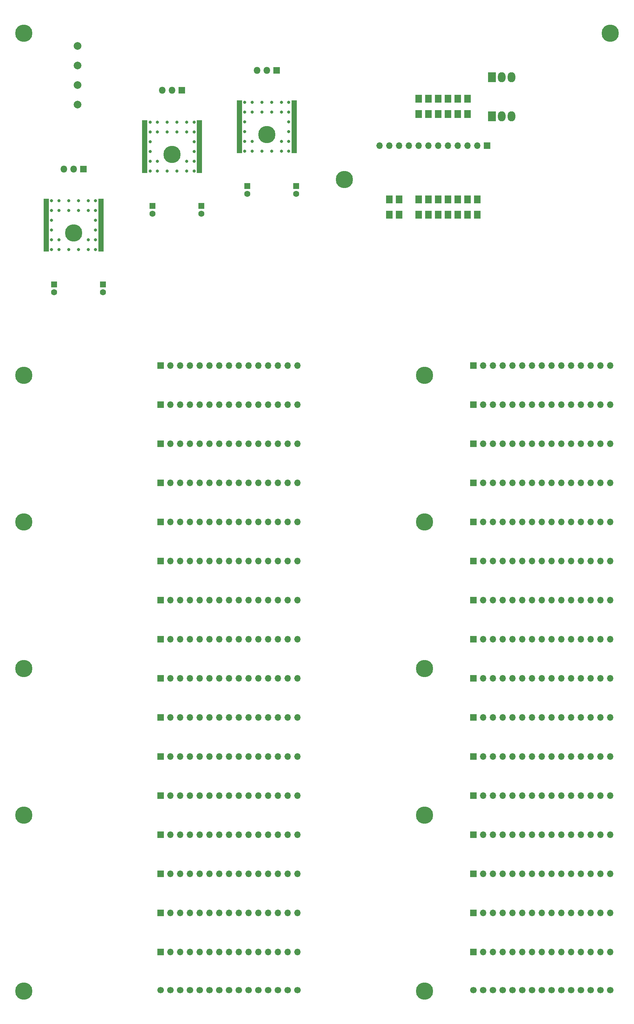
<source format=gbs>
%TF.GenerationSoftware,KiCad,Pcbnew,4.0.5*%
%TF.CreationDate,2018-01-19T20:33:35-07:00*%
%TF.ProjectId,MRI-RF-Amplifier,4D52492D52462D416D706C6966696572,6*%
%TF.FileFunction,Soldermask,Bot*%
%FSLAX46Y46*%
G04 Gerber Fmt 4.6, Leading zero omitted, Abs format (unit mm)*
G04 Created by KiCad (PCBNEW 4.0.5) date 01/19/18 20:33:35*
%MOMM*%
%LPD*%
G01*
G04 APERTURE LIST*
%ADD10C,0.100000*%
%ADD11C,4.500000*%
%ADD12R,1.800000X1.800000*%
%ADD13O,1.800000X1.800000*%
%ADD14R,2.000000X2.600000*%
%ADD15O,2.000000X2.600000*%
%ADD16R,1.700000X2.000000*%
%ADD17C,2.000000*%
%ADD18R,1.700000X1.700000*%
%ADD19O,1.700000X1.700000*%
%ADD20C,1.700000*%
%ADD21R,1.600000X1.600000*%
%ADD22C,1.600000*%
%ADD23C,0.800000*%
%ADD24R,1.400000X13.700000*%
G04 APERTURE END LIST*
D10*
D11*
X108737400Y-65974000D03*
X38354000Y-79906000D03*
D12*
X40894000Y-63246000D03*
D13*
X38354000Y-63246000D03*
X35814000Y-63246000D03*
D11*
X25400000Y-154940000D03*
X129540000Y-154940000D03*
X129540000Y-231140000D03*
X25400000Y-231140000D03*
X25400000Y-116840000D03*
X129540000Y-116840000D03*
D14*
X147066000Y-39370000D03*
D15*
X149606000Y-39370000D03*
X152146000Y-39370000D03*
D14*
X147066000Y-49530000D03*
D15*
X149606000Y-49530000D03*
X152146000Y-49530000D03*
D16*
X143256000Y-71152000D03*
X143256000Y-75152000D03*
X140716000Y-71152000D03*
X140716000Y-75152000D03*
X138176000Y-71152000D03*
X138176000Y-75152000D03*
X135636000Y-71152000D03*
X135636000Y-75152000D03*
X133096000Y-71152000D03*
X133096000Y-75152000D03*
X130556000Y-71152000D03*
X130556000Y-75152000D03*
X128016000Y-71152000D03*
X128016000Y-75152000D03*
X140716000Y-44990000D03*
X140716000Y-48990000D03*
X138176000Y-44990000D03*
X138176000Y-48990000D03*
X135636000Y-44990000D03*
X135636000Y-48990000D03*
X133096000Y-44990000D03*
X133096000Y-48990000D03*
X130556000Y-44990000D03*
X130556000Y-48990000D03*
X128016000Y-44990000D03*
X128016000Y-48990000D03*
X122936000Y-71152000D03*
X122936000Y-75152000D03*
X120396000Y-71152000D03*
X120396000Y-75152000D03*
D17*
X39370000Y-46482000D03*
X39370000Y-41402000D03*
X39370000Y-36322000D03*
X39370000Y-31242000D03*
D18*
X60960000Y-114300000D03*
D19*
X63500000Y-114300000D03*
X66040000Y-114300000D03*
X68580000Y-114300000D03*
X71120000Y-114300000D03*
X73660000Y-114300000D03*
X76200000Y-114300000D03*
X78740000Y-114300000D03*
X81280000Y-114300000D03*
X83820000Y-114300000D03*
X86360000Y-114300000D03*
X88900000Y-114300000D03*
X91440000Y-114300000D03*
X93980000Y-114300000D03*
X96520000Y-114300000D03*
D18*
X142240000Y-114300000D03*
D19*
X144780000Y-114300000D03*
X147320000Y-114300000D03*
X149860000Y-114300000D03*
X152400000Y-114300000D03*
X154940000Y-114300000D03*
X157480000Y-114300000D03*
X160020000Y-114300000D03*
X162560000Y-114300000D03*
X165100000Y-114300000D03*
X167640000Y-114300000D03*
X170180000Y-114300000D03*
X172720000Y-114300000D03*
X175260000Y-114300000D03*
X177800000Y-114300000D03*
D18*
X60960000Y-124460000D03*
D19*
X63500000Y-124460000D03*
X66040000Y-124460000D03*
X68580000Y-124460000D03*
X71120000Y-124460000D03*
X73660000Y-124460000D03*
X76200000Y-124460000D03*
X78740000Y-124460000D03*
X81280000Y-124460000D03*
X83820000Y-124460000D03*
X86360000Y-124460000D03*
X88900000Y-124460000D03*
X91440000Y-124460000D03*
X93980000Y-124460000D03*
X96520000Y-124460000D03*
D18*
X142240000Y-124460000D03*
D19*
X144780000Y-124460000D03*
X147320000Y-124460000D03*
X149860000Y-124460000D03*
X152400000Y-124460000D03*
X154940000Y-124460000D03*
X157480000Y-124460000D03*
X160020000Y-124460000D03*
X162560000Y-124460000D03*
X165100000Y-124460000D03*
X167640000Y-124460000D03*
X170180000Y-124460000D03*
X172720000Y-124460000D03*
X175260000Y-124460000D03*
X177800000Y-124460000D03*
D18*
X60960000Y-134620000D03*
D19*
X63500000Y-134620000D03*
X66040000Y-134620000D03*
X68580000Y-134620000D03*
X71120000Y-134620000D03*
X73660000Y-134620000D03*
X76200000Y-134620000D03*
X78740000Y-134620000D03*
X81280000Y-134620000D03*
X83820000Y-134620000D03*
X86360000Y-134620000D03*
X88900000Y-134620000D03*
X91440000Y-134620000D03*
X93980000Y-134620000D03*
X96520000Y-134620000D03*
D18*
X142240000Y-134620000D03*
D19*
X144780000Y-134620000D03*
X147320000Y-134620000D03*
X149860000Y-134620000D03*
X152400000Y-134620000D03*
X154940000Y-134620000D03*
X157480000Y-134620000D03*
X160020000Y-134620000D03*
X162560000Y-134620000D03*
X165100000Y-134620000D03*
X167640000Y-134620000D03*
X170180000Y-134620000D03*
X172720000Y-134620000D03*
X175260000Y-134620000D03*
X177800000Y-134620000D03*
D18*
X60960000Y-144780000D03*
D19*
X63500000Y-144780000D03*
X66040000Y-144780000D03*
X68580000Y-144780000D03*
X71120000Y-144780000D03*
X73660000Y-144780000D03*
X76200000Y-144780000D03*
X78740000Y-144780000D03*
X81280000Y-144780000D03*
X83820000Y-144780000D03*
X86360000Y-144780000D03*
X88900000Y-144780000D03*
X91440000Y-144780000D03*
X93980000Y-144780000D03*
X96520000Y-144780000D03*
D18*
X142240000Y-144780000D03*
D19*
X144780000Y-144780000D03*
X147320000Y-144780000D03*
X149860000Y-144780000D03*
X152400000Y-144780000D03*
X154940000Y-144780000D03*
X157480000Y-144780000D03*
X160020000Y-144780000D03*
X162560000Y-144780000D03*
X165100000Y-144780000D03*
X167640000Y-144780000D03*
X170180000Y-144780000D03*
X172720000Y-144780000D03*
X175260000Y-144780000D03*
X177800000Y-144780000D03*
D18*
X60960000Y-154940000D03*
D19*
X63500000Y-154940000D03*
X66040000Y-154940000D03*
X68580000Y-154940000D03*
X71120000Y-154940000D03*
X73660000Y-154940000D03*
X76200000Y-154940000D03*
X78740000Y-154940000D03*
X81280000Y-154940000D03*
X83820000Y-154940000D03*
X86360000Y-154940000D03*
X88900000Y-154940000D03*
X91440000Y-154940000D03*
X93980000Y-154940000D03*
X96520000Y-154940000D03*
D18*
X142240000Y-154940000D03*
D19*
X144780000Y-154940000D03*
X147320000Y-154940000D03*
X149860000Y-154940000D03*
X152400000Y-154940000D03*
X154940000Y-154940000D03*
X157480000Y-154940000D03*
X160020000Y-154940000D03*
X162560000Y-154940000D03*
X165100000Y-154940000D03*
X167640000Y-154940000D03*
X170180000Y-154940000D03*
X172720000Y-154940000D03*
X175260000Y-154940000D03*
X177800000Y-154940000D03*
D18*
X60960000Y-165100000D03*
D19*
X63500000Y-165100000D03*
X66040000Y-165100000D03*
X68580000Y-165100000D03*
X71120000Y-165100000D03*
X73660000Y-165100000D03*
X76200000Y-165100000D03*
X78740000Y-165100000D03*
X81280000Y-165100000D03*
X83820000Y-165100000D03*
X86360000Y-165100000D03*
X88900000Y-165100000D03*
X91440000Y-165100000D03*
X93980000Y-165100000D03*
X96520000Y-165100000D03*
D18*
X142240000Y-165100000D03*
D19*
X144780000Y-165100000D03*
X147320000Y-165100000D03*
X149860000Y-165100000D03*
X152400000Y-165100000D03*
X154940000Y-165100000D03*
X157480000Y-165100000D03*
X160020000Y-165100000D03*
X162560000Y-165100000D03*
X165100000Y-165100000D03*
X167640000Y-165100000D03*
X170180000Y-165100000D03*
X172720000Y-165100000D03*
X175260000Y-165100000D03*
X177800000Y-165100000D03*
D18*
X60960000Y-175260000D03*
D19*
X63500000Y-175260000D03*
X66040000Y-175260000D03*
X68580000Y-175260000D03*
X71120000Y-175260000D03*
X73660000Y-175260000D03*
X76200000Y-175260000D03*
X78740000Y-175260000D03*
X81280000Y-175260000D03*
X83820000Y-175260000D03*
X86360000Y-175260000D03*
X88900000Y-175260000D03*
X91440000Y-175260000D03*
X93980000Y-175260000D03*
X96520000Y-175260000D03*
D18*
X142240000Y-175260000D03*
D19*
X144780000Y-175260000D03*
X147320000Y-175260000D03*
X149860000Y-175260000D03*
X152400000Y-175260000D03*
X154940000Y-175260000D03*
X157480000Y-175260000D03*
X160020000Y-175260000D03*
X162560000Y-175260000D03*
X165100000Y-175260000D03*
X167640000Y-175260000D03*
X170180000Y-175260000D03*
X172720000Y-175260000D03*
X175260000Y-175260000D03*
X177800000Y-175260000D03*
D18*
X60960000Y-185420000D03*
D19*
X63500000Y-185420000D03*
X66040000Y-185420000D03*
X68580000Y-185420000D03*
X71120000Y-185420000D03*
X73660000Y-185420000D03*
X76200000Y-185420000D03*
X78740000Y-185420000D03*
X81280000Y-185420000D03*
X83820000Y-185420000D03*
X86360000Y-185420000D03*
X88900000Y-185420000D03*
X91440000Y-185420000D03*
X93980000Y-185420000D03*
X96520000Y-185420000D03*
D18*
X142240000Y-185420000D03*
D19*
X144780000Y-185420000D03*
X147320000Y-185420000D03*
X149860000Y-185420000D03*
X152400000Y-185420000D03*
X154940000Y-185420000D03*
X157480000Y-185420000D03*
X160020000Y-185420000D03*
X162560000Y-185420000D03*
X165100000Y-185420000D03*
X167640000Y-185420000D03*
X170180000Y-185420000D03*
X172720000Y-185420000D03*
X175260000Y-185420000D03*
X177800000Y-185420000D03*
D18*
X60960000Y-195580000D03*
D19*
X63500000Y-195580000D03*
X66040000Y-195580000D03*
X68580000Y-195580000D03*
X71120000Y-195580000D03*
X73660000Y-195580000D03*
X76200000Y-195580000D03*
X78740000Y-195580000D03*
X81280000Y-195580000D03*
X83820000Y-195580000D03*
X86360000Y-195580000D03*
X88900000Y-195580000D03*
X91440000Y-195580000D03*
X93980000Y-195580000D03*
X96520000Y-195580000D03*
D18*
X142240000Y-195580000D03*
D19*
X144780000Y-195580000D03*
X147320000Y-195580000D03*
X149860000Y-195580000D03*
X152400000Y-195580000D03*
X154940000Y-195580000D03*
X157480000Y-195580000D03*
X160020000Y-195580000D03*
X162560000Y-195580000D03*
X165100000Y-195580000D03*
X167640000Y-195580000D03*
X170180000Y-195580000D03*
X172720000Y-195580000D03*
X175260000Y-195580000D03*
X177800000Y-195580000D03*
D18*
X60960000Y-205740000D03*
D19*
X63500000Y-205740000D03*
X66040000Y-205740000D03*
X68580000Y-205740000D03*
X71120000Y-205740000D03*
X73660000Y-205740000D03*
X76200000Y-205740000D03*
X78740000Y-205740000D03*
X81280000Y-205740000D03*
X83820000Y-205740000D03*
X86360000Y-205740000D03*
X88900000Y-205740000D03*
X91440000Y-205740000D03*
X93980000Y-205740000D03*
X96520000Y-205740000D03*
D18*
X142240000Y-205740000D03*
D19*
X144780000Y-205740000D03*
X147320000Y-205740000D03*
X149860000Y-205740000D03*
X152400000Y-205740000D03*
X154940000Y-205740000D03*
X157480000Y-205740000D03*
X160020000Y-205740000D03*
X162560000Y-205740000D03*
X165100000Y-205740000D03*
X167640000Y-205740000D03*
X170180000Y-205740000D03*
X172720000Y-205740000D03*
X175260000Y-205740000D03*
X177800000Y-205740000D03*
D18*
X60960000Y-215900000D03*
D19*
X63500000Y-215900000D03*
X66040000Y-215900000D03*
X68580000Y-215900000D03*
X71120000Y-215900000D03*
X73660000Y-215900000D03*
X76200000Y-215900000D03*
X78740000Y-215900000D03*
X81280000Y-215900000D03*
X83820000Y-215900000D03*
X86360000Y-215900000D03*
X88900000Y-215900000D03*
X91440000Y-215900000D03*
X93980000Y-215900000D03*
X96520000Y-215900000D03*
D18*
X142240000Y-215900000D03*
D19*
X144780000Y-215900000D03*
X147320000Y-215900000D03*
X149860000Y-215900000D03*
X152400000Y-215900000D03*
X154940000Y-215900000D03*
X157480000Y-215900000D03*
X160020000Y-215900000D03*
X162560000Y-215900000D03*
X165100000Y-215900000D03*
X167640000Y-215900000D03*
X170180000Y-215900000D03*
X172720000Y-215900000D03*
X175260000Y-215900000D03*
X177800000Y-215900000D03*
D18*
X60960000Y-226060000D03*
D19*
X63500000Y-226060000D03*
X66040000Y-226060000D03*
X68580000Y-226060000D03*
X71120000Y-226060000D03*
X73660000Y-226060000D03*
X76200000Y-226060000D03*
X78740000Y-226060000D03*
X81280000Y-226060000D03*
X83820000Y-226060000D03*
X86360000Y-226060000D03*
X88900000Y-226060000D03*
X91440000Y-226060000D03*
X93980000Y-226060000D03*
X96520000Y-226060000D03*
D18*
X142240000Y-226060000D03*
D19*
X144780000Y-226060000D03*
X147320000Y-226060000D03*
X149860000Y-226060000D03*
X152400000Y-226060000D03*
X154940000Y-226060000D03*
X157480000Y-226060000D03*
X160020000Y-226060000D03*
X162560000Y-226060000D03*
X165100000Y-226060000D03*
X167640000Y-226060000D03*
X170180000Y-226060000D03*
X172720000Y-226060000D03*
X175260000Y-226060000D03*
X177800000Y-226060000D03*
D18*
X60960000Y-236220000D03*
D19*
X63500000Y-236220000D03*
X66040000Y-236220000D03*
X68580000Y-236220000D03*
X71120000Y-236220000D03*
X73660000Y-236220000D03*
X76200000Y-236220000D03*
X78740000Y-236220000D03*
X81280000Y-236220000D03*
X83820000Y-236220000D03*
X86360000Y-236220000D03*
X88900000Y-236220000D03*
X91440000Y-236220000D03*
X93980000Y-236220000D03*
X96520000Y-236220000D03*
D18*
X142240000Y-236220000D03*
D19*
X144780000Y-236220000D03*
X147320000Y-236220000D03*
X149860000Y-236220000D03*
X152400000Y-236220000D03*
X154940000Y-236220000D03*
X157480000Y-236220000D03*
X160020000Y-236220000D03*
X162560000Y-236220000D03*
X165100000Y-236220000D03*
X167640000Y-236220000D03*
X170180000Y-236220000D03*
X172720000Y-236220000D03*
X175260000Y-236220000D03*
X177800000Y-236220000D03*
D18*
X60960000Y-246380000D03*
D19*
X63500000Y-246380000D03*
X66040000Y-246380000D03*
X68580000Y-246380000D03*
X71120000Y-246380000D03*
X73660000Y-246380000D03*
X76200000Y-246380000D03*
X78740000Y-246380000D03*
X81280000Y-246380000D03*
X83820000Y-246380000D03*
X86360000Y-246380000D03*
X88900000Y-246380000D03*
X91440000Y-246380000D03*
X93980000Y-246380000D03*
X96520000Y-246380000D03*
D18*
X142240000Y-246380000D03*
D19*
X144780000Y-246380000D03*
X147320000Y-246380000D03*
X149860000Y-246380000D03*
X152400000Y-246380000D03*
X154940000Y-246380000D03*
X157480000Y-246380000D03*
X160020000Y-246380000D03*
X162560000Y-246380000D03*
X165100000Y-246380000D03*
X167640000Y-246380000D03*
X170180000Y-246380000D03*
X172720000Y-246380000D03*
X175260000Y-246380000D03*
X177800000Y-246380000D03*
D18*
X60960000Y-256540000D03*
D19*
X63500000Y-256540000D03*
X66040000Y-256540000D03*
X68580000Y-256540000D03*
X71120000Y-256540000D03*
X73660000Y-256540000D03*
X76200000Y-256540000D03*
X78740000Y-256540000D03*
X81280000Y-256540000D03*
X83820000Y-256540000D03*
X86360000Y-256540000D03*
X88900000Y-256540000D03*
X91440000Y-256540000D03*
X93980000Y-256540000D03*
X96520000Y-256540000D03*
D18*
X142240000Y-256540000D03*
D19*
X144780000Y-256540000D03*
X147320000Y-256540000D03*
X149860000Y-256540000D03*
X152400000Y-256540000D03*
X154940000Y-256540000D03*
X157480000Y-256540000D03*
X160020000Y-256540000D03*
X162560000Y-256540000D03*
X165100000Y-256540000D03*
X167640000Y-256540000D03*
X170180000Y-256540000D03*
X172720000Y-256540000D03*
X175260000Y-256540000D03*
X177800000Y-256540000D03*
D18*
X145796000Y-57150000D03*
D19*
X143256000Y-57150000D03*
X140716000Y-57150000D03*
X138176000Y-57150000D03*
X135636000Y-57150000D03*
X133096000Y-57150000D03*
X130556000Y-57150000D03*
X128016000Y-57150000D03*
X125476000Y-57150000D03*
X122936000Y-57150000D03*
X120396000Y-57150000D03*
X117856000Y-57150000D03*
D18*
X60960000Y-266700000D03*
D19*
X63500000Y-266700000D03*
X66040000Y-266700000D03*
X68580000Y-266700000D03*
X71120000Y-266700000D03*
X73660000Y-266700000D03*
X76200000Y-266700000D03*
X78740000Y-266700000D03*
X81280000Y-266700000D03*
X83820000Y-266700000D03*
X86360000Y-266700000D03*
X88900000Y-266700000D03*
X91440000Y-266700000D03*
X93980000Y-266700000D03*
X96520000Y-266700000D03*
D18*
X142240000Y-266700000D03*
D19*
X144780000Y-266700000D03*
X147320000Y-266700000D03*
X149860000Y-266700000D03*
X152400000Y-266700000D03*
X154940000Y-266700000D03*
X157480000Y-266700000D03*
X160020000Y-266700000D03*
X162560000Y-266700000D03*
X165100000Y-266700000D03*
X167640000Y-266700000D03*
X170180000Y-266700000D03*
X172720000Y-266700000D03*
X175260000Y-266700000D03*
X177800000Y-266700000D03*
D20*
X177800000Y-276610000D03*
X175260000Y-276610000D03*
X172720000Y-276610000D03*
X170180000Y-276610000D03*
X167640000Y-276610000D03*
X165100000Y-276610000D03*
X162560000Y-276610000D03*
X160020000Y-276610000D03*
X157480000Y-276610000D03*
X154940000Y-276610000D03*
X152400000Y-276610000D03*
X149860000Y-276610000D03*
X147320000Y-276610000D03*
X144780000Y-276610000D03*
X142240000Y-276610000D03*
X96520000Y-276610000D03*
X93980000Y-276610000D03*
X91440000Y-276610000D03*
X88900000Y-276610000D03*
X86360000Y-276610000D03*
X83820000Y-276610000D03*
X81280000Y-276610000D03*
X78740000Y-276610000D03*
X76200000Y-276610000D03*
X73660000Y-276610000D03*
X71120000Y-276610000D03*
X68580000Y-276610000D03*
X66040000Y-276610000D03*
X63500000Y-276610000D03*
X60960000Y-276610000D03*
D11*
X25400000Y-276860000D03*
X129540000Y-276860000D03*
X25400000Y-27940000D03*
X177800000Y-27940000D03*
X129540000Y-193040000D03*
X25400000Y-193040000D03*
D21*
X83464400Y-67687800D03*
D22*
X83464400Y-69687800D03*
D21*
X58851800Y-72869400D03*
D22*
X58851800Y-74869400D03*
D21*
X33274000Y-93291000D03*
D22*
X33274000Y-95291000D03*
D21*
X96164400Y-67687800D03*
D22*
X96164400Y-69687800D03*
D21*
X71551800Y-72869400D03*
D22*
X71551800Y-74869400D03*
D21*
X45974000Y-93291000D03*
D22*
X45974000Y-95291000D03*
D11*
X63931800Y-59484400D03*
D12*
X66471800Y-42824400D03*
D13*
X63931800Y-42824400D03*
X61391800Y-42824400D03*
D11*
X88544400Y-54302800D03*
D12*
X91084400Y-37642800D03*
D13*
X88544400Y-37642800D03*
X86004400Y-37642800D03*
D23*
X94259400Y-45897800D03*
X87274400Y-48437800D03*
X89814400Y-48437800D03*
X92354400Y-48437800D03*
X84734400Y-48437800D03*
X84734400Y-45897800D03*
X87274400Y-45897800D03*
X89814400Y-45897800D03*
X92354400Y-45897800D03*
X92354400Y-56057800D03*
X84734400Y-56057800D03*
X87274400Y-58597800D03*
X84734400Y-58597800D03*
X89814400Y-58597800D03*
X92354400Y-58597800D03*
X82829400Y-58597800D03*
X82829400Y-56057800D03*
X94259400Y-58597800D03*
X94259400Y-56057800D03*
X82829400Y-45897800D03*
X82829400Y-48437800D03*
X82829400Y-50977800D03*
X82829400Y-53517800D03*
X94259400Y-53517800D03*
X94259400Y-50977800D03*
X94259400Y-48437800D03*
D24*
X81444400Y-52247800D03*
X95644400Y-52247800D03*
D23*
X69646800Y-51079400D03*
X62661800Y-53619400D03*
X65201800Y-53619400D03*
X67741800Y-53619400D03*
X60121800Y-53619400D03*
X60121800Y-51079400D03*
X62661800Y-51079400D03*
X65201800Y-51079400D03*
X67741800Y-51079400D03*
X67741800Y-61239400D03*
X60121800Y-61239400D03*
X62661800Y-63779400D03*
X60121800Y-63779400D03*
X65201800Y-63779400D03*
X67741800Y-63779400D03*
X58216800Y-63779400D03*
X58216800Y-61239400D03*
X69646800Y-63779400D03*
X69646800Y-61239400D03*
X58216800Y-51079400D03*
X58216800Y-53619400D03*
X58216800Y-56159400D03*
X58216800Y-58699400D03*
X69646800Y-58699400D03*
X69646800Y-56159400D03*
X69646800Y-53619400D03*
D24*
X56831800Y-57429400D03*
X71031800Y-57429400D03*
D23*
X44069000Y-71501000D03*
X37084000Y-74041000D03*
X39624000Y-74041000D03*
X42164000Y-74041000D03*
X34544000Y-74041000D03*
X34544000Y-71501000D03*
X37084000Y-71501000D03*
X39624000Y-71501000D03*
X42164000Y-71501000D03*
X42164000Y-81661000D03*
X34544000Y-81661000D03*
X37084000Y-84201000D03*
X34544000Y-84201000D03*
X39624000Y-84201000D03*
X42164000Y-84201000D03*
X32639000Y-84201000D03*
X32639000Y-81661000D03*
X44069000Y-84201000D03*
X44069000Y-81661000D03*
X32639000Y-71501000D03*
X32639000Y-74041000D03*
X32639000Y-76581000D03*
X32639000Y-79121000D03*
X44069000Y-79121000D03*
X44069000Y-76581000D03*
X44069000Y-74041000D03*
D24*
X31254000Y-77851000D03*
X45454000Y-77851000D03*
M02*

</source>
